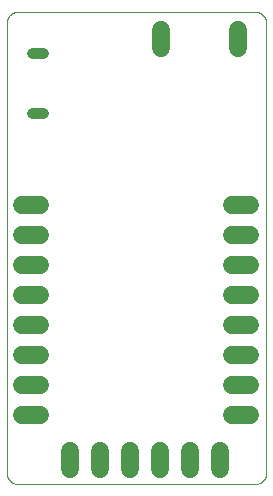
<source format=gbs>
G75*
%MOIN*%
%OFA0B0*%
%FSLAX25Y25*%
%IPPOS*%
%LPD*%
%AMOC8*
5,1,8,0,0,1.08239X$1,22.5*
%
%ADD10C,0.00000*%
%ADD11C,0.03600*%
%ADD12C,0.06000*%
D10*
X0007860Y0013611D02*
X0007860Y0163217D01*
X0007862Y0163341D01*
X0007868Y0163464D01*
X0007877Y0163588D01*
X0007891Y0163710D01*
X0007908Y0163833D01*
X0007930Y0163955D01*
X0007955Y0164076D01*
X0007984Y0164196D01*
X0008016Y0164315D01*
X0008053Y0164434D01*
X0008093Y0164551D01*
X0008136Y0164666D01*
X0008184Y0164781D01*
X0008235Y0164893D01*
X0008289Y0165004D01*
X0008347Y0165114D01*
X0008408Y0165221D01*
X0008473Y0165327D01*
X0008541Y0165430D01*
X0008612Y0165531D01*
X0008686Y0165630D01*
X0008763Y0165727D01*
X0008844Y0165821D01*
X0008927Y0165912D01*
X0009013Y0166001D01*
X0009102Y0166087D01*
X0009193Y0166170D01*
X0009287Y0166251D01*
X0009384Y0166328D01*
X0009483Y0166402D01*
X0009584Y0166473D01*
X0009687Y0166541D01*
X0009793Y0166606D01*
X0009900Y0166667D01*
X0010010Y0166725D01*
X0010121Y0166779D01*
X0010233Y0166830D01*
X0010348Y0166878D01*
X0010463Y0166921D01*
X0010580Y0166961D01*
X0010699Y0166998D01*
X0010818Y0167030D01*
X0010938Y0167059D01*
X0011059Y0167084D01*
X0011181Y0167106D01*
X0011304Y0167123D01*
X0011426Y0167137D01*
X0011550Y0167146D01*
X0011673Y0167152D01*
X0011797Y0167154D01*
X0090537Y0167154D01*
X0090661Y0167152D01*
X0090784Y0167146D01*
X0090908Y0167137D01*
X0091030Y0167123D01*
X0091153Y0167106D01*
X0091275Y0167084D01*
X0091396Y0167059D01*
X0091516Y0167030D01*
X0091635Y0166998D01*
X0091754Y0166961D01*
X0091871Y0166921D01*
X0091986Y0166878D01*
X0092101Y0166830D01*
X0092213Y0166779D01*
X0092324Y0166725D01*
X0092434Y0166667D01*
X0092541Y0166606D01*
X0092647Y0166541D01*
X0092750Y0166473D01*
X0092851Y0166402D01*
X0092950Y0166328D01*
X0093047Y0166251D01*
X0093141Y0166170D01*
X0093232Y0166087D01*
X0093321Y0166001D01*
X0093407Y0165912D01*
X0093490Y0165821D01*
X0093571Y0165727D01*
X0093648Y0165630D01*
X0093722Y0165531D01*
X0093793Y0165430D01*
X0093861Y0165327D01*
X0093926Y0165221D01*
X0093987Y0165114D01*
X0094045Y0165004D01*
X0094099Y0164893D01*
X0094150Y0164781D01*
X0094198Y0164666D01*
X0094241Y0164551D01*
X0094281Y0164434D01*
X0094318Y0164315D01*
X0094350Y0164196D01*
X0094379Y0164076D01*
X0094404Y0163955D01*
X0094426Y0163833D01*
X0094443Y0163710D01*
X0094457Y0163588D01*
X0094466Y0163464D01*
X0094472Y0163341D01*
X0094474Y0163217D01*
X0094474Y0013611D01*
X0094472Y0013487D01*
X0094466Y0013364D01*
X0094457Y0013240D01*
X0094443Y0013118D01*
X0094426Y0012995D01*
X0094404Y0012873D01*
X0094379Y0012752D01*
X0094350Y0012632D01*
X0094318Y0012513D01*
X0094281Y0012394D01*
X0094241Y0012277D01*
X0094198Y0012162D01*
X0094150Y0012047D01*
X0094099Y0011935D01*
X0094045Y0011824D01*
X0093987Y0011714D01*
X0093926Y0011607D01*
X0093861Y0011501D01*
X0093793Y0011398D01*
X0093722Y0011297D01*
X0093648Y0011198D01*
X0093571Y0011101D01*
X0093490Y0011007D01*
X0093407Y0010916D01*
X0093321Y0010827D01*
X0093232Y0010741D01*
X0093141Y0010658D01*
X0093047Y0010577D01*
X0092950Y0010500D01*
X0092851Y0010426D01*
X0092750Y0010355D01*
X0092647Y0010287D01*
X0092541Y0010222D01*
X0092434Y0010161D01*
X0092324Y0010103D01*
X0092213Y0010049D01*
X0092101Y0009998D01*
X0091986Y0009950D01*
X0091871Y0009907D01*
X0091754Y0009867D01*
X0091635Y0009830D01*
X0091516Y0009798D01*
X0091396Y0009769D01*
X0091275Y0009744D01*
X0091153Y0009722D01*
X0091030Y0009705D01*
X0090908Y0009691D01*
X0090784Y0009682D01*
X0090661Y0009676D01*
X0090537Y0009674D01*
X0011797Y0009674D01*
X0011673Y0009676D01*
X0011550Y0009682D01*
X0011426Y0009691D01*
X0011304Y0009705D01*
X0011181Y0009722D01*
X0011059Y0009744D01*
X0010938Y0009769D01*
X0010818Y0009798D01*
X0010699Y0009830D01*
X0010580Y0009867D01*
X0010463Y0009907D01*
X0010348Y0009950D01*
X0010233Y0009998D01*
X0010121Y0010049D01*
X0010010Y0010103D01*
X0009900Y0010161D01*
X0009793Y0010222D01*
X0009687Y0010287D01*
X0009584Y0010355D01*
X0009483Y0010426D01*
X0009384Y0010500D01*
X0009287Y0010577D01*
X0009193Y0010658D01*
X0009102Y0010741D01*
X0009013Y0010827D01*
X0008927Y0010916D01*
X0008844Y0011007D01*
X0008763Y0011101D01*
X0008686Y0011198D01*
X0008612Y0011297D01*
X0008541Y0011398D01*
X0008473Y0011501D01*
X0008408Y0011607D01*
X0008347Y0011714D01*
X0008289Y0011824D01*
X0008235Y0011935D01*
X0008184Y0012047D01*
X0008136Y0012162D01*
X0008093Y0012277D01*
X0008053Y0012394D01*
X0008016Y0012513D01*
X0007984Y0012632D01*
X0007955Y0012752D01*
X0007930Y0012873D01*
X0007908Y0012995D01*
X0007891Y0013118D01*
X0007877Y0013240D01*
X0007868Y0013364D01*
X0007862Y0013487D01*
X0007860Y0013611D01*
D11*
X0016367Y0133485D02*
X0019967Y0133485D01*
X0019967Y0153485D02*
X0016367Y0153485D01*
D12*
X0018860Y0102674D02*
X0012860Y0102674D01*
X0012860Y0092674D02*
X0018860Y0092674D01*
X0018860Y0082674D02*
X0012860Y0082674D01*
X0012860Y0072674D02*
X0018860Y0072674D01*
X0018860Y0062674D02*
X0012860Y0062674D01*
X0012860Y0052674D02*
X0018860Y0052674D01*
X0018860Y0042674D02*
X0012860Y0042674D01*
X0012860Y0032674D02*
X0018860Y0032674D01*
X0028860Y0020674D02*
X0028860Y0014674D01*
X0038860Y0014674D02*
X0038860Y0020674D01*
X0048860Y0020674D02*
X0048860Y0014674D01*
X0058860Y0014674D02*
X0058860Y0020674D01*
X0068860Y0020674D02*
X0068860Y0014674D01*
X0078860Y0014674D02*
X0078860Y0020674D01*
X0082860Y0032674D02*
X0088860Y0032674D01*
X0088860Y0042674D02*
X0082860Y0042674D01*
X0082860Y0052674D02*
X0088860Y0052674D01*
X0088860Y0062674D02*
X0082860Y0062674D01*
X0082860Y0072674D02*
X0088860Y0072674D01*
X0088860Y0082674D02*
X0082860Y0082674D01*
X0082860Y0092674D02*
X0088860Y0092674D01*
X0088860Y0102674D02*
X0082860Y0102674D01*
X0084967Y0155133D02*
X0084967Y0161133D01*
X0059367Y0161133D02*
X0059367Y0155133D01*
M02*

</source>
